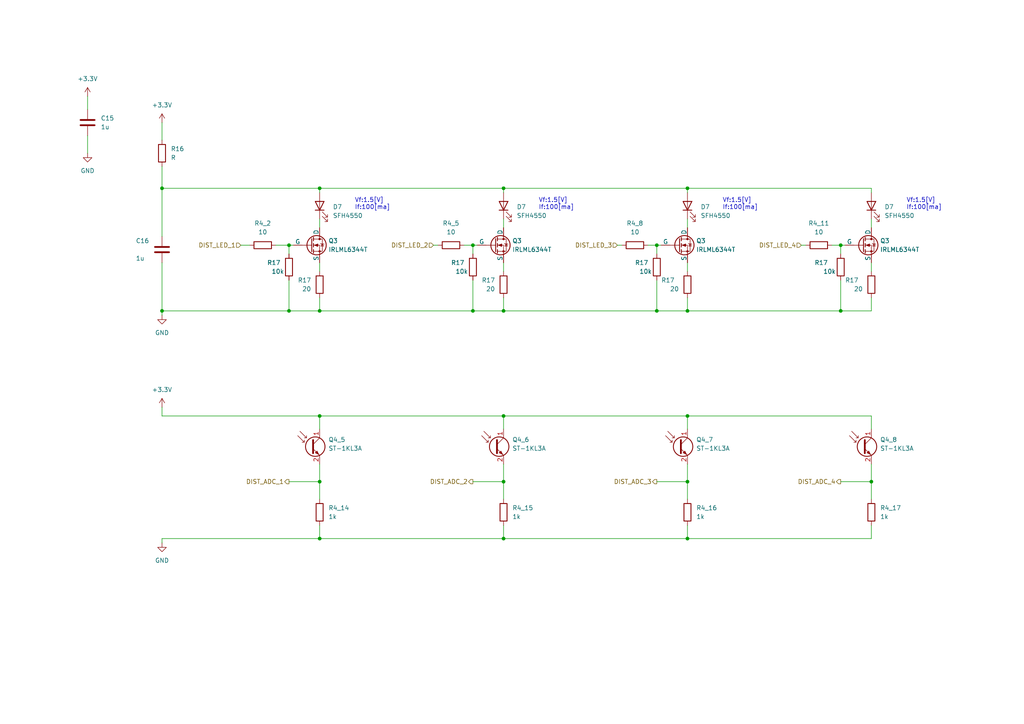
<source format=kicad_sch>
(kicad_sch (version 20230121) (generator eeschema)
  (paper "A4")
  (lib_symbols
    (symbol "Device:C" (pin_numbers hide) (pin_names (offset 0.254))
      (property "Reference" "C" (at 0.635 2.54 0))
      (property "Value" "C" (at 0.635 -2.54 0))
      (symbol "C_0_1"
        (polyline (pts (xy -2.032 -0.762) (xy 2.032 -0.762)) (stroke (width 0.508)))
        (polyline (pts (xy -2.032 0.762) (xy 2.032 0.762)) (stroke (width 0.508)))
      )
      (symbol "C_1_1"
        (pin passive line (at 0 3.81 270) (length 2.794) (name "~") (number "1"))
        (pin passive line (at 0 -3.81 90) (length 2.794) (name "~") (number "2"))
      )
    )
    (symbol "Device:LED" (pin_numbers hide) (pin_names (offset 1.016) hide)
      (property "Reference" "D" (at 0 2.54 0))
      (property "Value" "LED" (at 0 -2.54 0))
      (symbol "LED_0_1"
        (polyline (pts (xy -1.27 -1.27) (xy -1.27 1.27)) (stroke (width 0.254)))
        (polyline (pts (xy -1.27 0) (xy 1.27 0)))
        (polyline (pts (xy 1.27 -1.27) (xy 1.27 1.27) (xy -1.27 0) (xy 1.27 -1.27)) (stroke (width 0.254)))
        (polyline (pts (xy -3.048 -0.762) (xy -4.572 -2.286) (xy -3.81 -2.286) (xy -4.572 -2.286) (xy -4.572 -1.524)))
        (polyline (pts (xy -1.778 -0.762) (xy -3.302 -2.286) (xy -2.54 -2.286) (xy -3.302 -2.286) (xy -3.302 -1.524)))
      )
      (symbol "LED_1_1"
        (pin passive line (at -3.81 0 0) (length 2.54) (name "K") (number "1"))
        (pin passive line (at 3.81 0 180) (length 2.54) (name "A") (number "2"))
      )
    )
    (symbol "Device:Q_Photo_NPN" (pin_names (offset 0) hide)
      (property "Reference" "Q" (at 5.08 1.27 0))
      (property "Value" "Q_Photo_NPN" (at 5.08 -1.27 0))
      (symbol "Q_Photo_NPN_0_1"
        (polyline (pts (xy -1.905 1.27) (xy -2.54 1.27)))
        (polyline (pts (xy -1.27 2.54) (xy -1.905 2.54)))
        (polyline (pts (xy 0.635 0.635) (xy 2.54 2.54)))
        (polyline (pts (xy -3.81 3.175) (xy -1.905 1.27) (xy -1.905 1.905)))
        (polyline (pts (xy -3.175 4.445) (xy -1.27 2.54) (xy -1.27 3.175)))
        (polyline (pts (xy 0.635 -0.635) (xy 2.54 -2.54) (xy 2.54 -2.54)))
        (polyline (pts (xy 0.635 1.905) (xy 0.635 -1.905) (xy 0.635 -1.905)) (stroke (width 0.508)))
        (polyline (pts (xy 1.27 -1.778) (xy 1.778 -1.27) (xy 2.286 -2.286) (xy 1.27 -1.778) (xy 1.27 -1.778)) (fill (type outline)))
        (circle (center 1.27 0) (radius 2.8194) (stroke (width 0.254)))
      )
      (symbol "Q_Photo_NPN_1_1"
        (pin passive line (at 2.54 5.08 270) (length 2.54) (name "C") (number "1"))
        (pin passive line (at 2.54 -5.08 90) (length 2.54) (name "E") (number "2"))
      )
    )
    (symbol "Device:R" (pin_numbers hide) (pin_names (offset 0))
      (property "Reference" "R" (at 2.032 0 90))
      (property "Value" "R" (at 0 0 90))
      (symbol "R_0_1"
        (rectangle (start -1.016 -2.54) (end 1.016 2.54) (stroke (width 0.254)))
      )
      (symbol "R_1_1"
        (pin passive line (at 0 3.81 270) (length 1.27) (name "~") (number "1"))
        (pin passive line (at 0 -3.81 90) (length 1.27) (name "~") (number "2"))
      )
    )
    (symbol "Simulation_SPICE:NMOS" (pin_numbers hide) (pin_names (offset 0))
      (property "Reference" "Q" (at 5.08 1.27 0))
      (property "Value" "NMOS" (at 5.08 -1.27 0))
      (symbol "NMOS_0_1"
        (polyline (pts (xy 0.254 0) (xy -2.54 0)))
        (polyline (pts (xy 0.254 1.905) (xy 0.254 -1.905)) (stroke (width 0.254)))
        (polyline (pts (xy 0.762 -1.27) (xy 0.762 -2.286)) (stroke (width 0.254)))
        (polyline (pts (xy 0.762 0.508) (xy 0.762 -0.508)) (stroke (width 0.254)))
        (polyline (pts (xy 0.762 2.286) (xy 0.762 1.27)) (stroke (width 0.254)))
        (polyline (pts (xy 2.54 2.54) (xy 2.54 1.778)))
        (polyline (pts (xy 2.54 -2.54) (xy 2.54 0) (xy 0.762 0)))
        (polyline (pts (xy 0.762 -1.778) (xy 3.302 -1.778) (xy 3.302 1.778) (xy 0.762 1.778)))
        (polyline (pts (xy 1.016 0) (xy 2.032 0.381) (xy 2.032 -0.381) (xy 1.016 0)) (fill (type outline)))
        (polyline (pts (xy 2.794 0.508) (xy 2.921 0.381) (xy 3.683 0.381) (xy 3.81 0.254)))
        (polyline (pts (xy 3.302 0.381) (xy 2.921 -0.254) (xy 3.683 -0.254) (xy 3.302 0.381)))
        (circle (center 1.651 0) (radius 2.794) (stroke (width 0.254)))
        (circle (center 2.54 -1.778) (radius 0.254) (fill (type outline)))
        (circle (center 2.54 1.778) (radius 0.254) (fill (type outline)))
      )
      (symbol "NMOS_1_1"
        (pin passive line (at 2.54 5.08 270) (length 2.54) (name "D") (number "1"))
        (pin input line (at -5.08 0 0) (length 2.54) (name "G") (number "2"))
        (pin passive line (at 2.54 -5.08 90) (length 2.54) (name "S") (number "3"))
      )
    )
    (symbol "power:+3.3V" (power) (pin_names (offset 0))
      (property "Value" "+3.3V" (at 0 3.556 0))
      (symbol "+3.3V_0_1"
        (polyline (pts (xy -0.762 1.27) (xy 0 2.54)))
        (polyline (pts (xy 0 0) (xy 0 2.54)))
        (polyline (pts (xy 0 2.54) (xy 0.762 1.27)))
      )
      (symbol "+3.3V_1_1"
        (pin power_in line (at 0 0 90) (length 0) hide (name "+3.3V") (number "1"))
      )
    )
    (symbol "power:GND" (power) (pin_names (offset 0))
      (property "Value" "GND" (at 0 -3.81 0))
      (symbol "GND_0_1"
        (polyline (pts (xy 0 0) (xy 0 -1.27) (xy 1.27 -1.27) (xy 0 -2.54) (xy -1.27 -1.27) (xy 0 -1.27)))
      )
      (symbol "GND_1_1"
        (pin power_in line (at 0 0 270) (length 0) hide (name "GND") (number "1"))
      )
    )
  )
  (junction (at 199.39 139.7))
  (junction (at 146.05 139.7))
  (junction (at 199.39 156.21))
  (junction (at 190.5 71.12))
  (junction (at 243.84 90.17))
  (junction (at 199.39 54.61))
  (junction (at 146.05 54.61))
  (junction (at 146.05 90.17))
  (junction (at 146.05 156.21))
  (junction (at 46.99 54.61))
  (junction (at 92.71 54.61))
  (junction (at 137.16 90.17))
  (junction (at 83.82 90.17))
  (junction (at 190.5 90.17))
  (junction (at 252.73 139.7))
  (junction (at 146.05 120.65))
  (junction (at 83.82 71.12))
  (junction (at 92.71 139.7))
  (junction (at 92.71 90.17))
  (junction (at 46.99 90.17))
  (junction (at 199.39 120.65))
  (junction (at 243.84 71.12))
  (junction (at 137.16 71.12))
  (junction (at 92.71 120.65))
  (junction (at 92.71 156.21))
  (junction (at 199.39 90.17))
  (wire (pts (xy 199.39 55.88) (xy 199.39 54.61)))
  (wire (pts (xy 190.5 139.7) (xy 199.39 139.7)))
  (wire (pts (xy 134.62 71.12) (xy 137.16 71.12)))
  (wire (pts (xy 137.16 71.12) (xy 137.16 73.66)))
  (wire (pts (xy 92.71 156.21) (xy 46.99 156.21)))
  (wire (pts (xy 137.16 81.28) (xy 137.16 90.17)))
  (wire (pts (xy 199.39 86.36) (xy 199.39 90.17)))
  (wire (pts (xy 25.4 39.37) (xy 25.4 44.45)))
  (wire (pts (xy 252.73 156.21) (xy 199.39 156.21)))
  (wire (pts (xy 199.39 63.5) (xy 199.39 66.04)))
  (wire (pts (xy 243.84 81.28) (xy 243.84 90.17)))
  (wire (pts (xy 125.73 71.12) (xy 127 71.12)))
  (wire (pts (xy 146.05 54.61) (xy 199.39 54.61)))
  (wire (pts (xy 199.39 90.17) (xy 243.84 90.17)))
  (wire (pts (xy 137.16 90.17) (xy 146.05 90.17)))
  (wire (pts (xy 83.82 71.12) (xy 85.09 71.12)))
  (wire (pts (xy 83.82 90.17) (xy 92.71 90.17)))
  (wire (pts (xy 252.73 134.62) (xy 252.73 139.7)))
  (wire (pts (xy 243.84 71.12) (xy 243.84 73.66)))
  (wire (pts (xy 146.05 78.74) (xy 146.05 76.2)))
  (wire (pts (xy 69.85 71.12) (xy 72.39 71.12)))
  (wire (pts (xy 199.39 78.74) (xy 199.39 76.2)))
  (wire (pts (xy 92.71 63.5) (xy 92.71 66.04)))
  (wire (pts (xy 190.5 71.12) (xy 190.5 73.66)))
  (wire (pts (xy 199.39 152.4) (xy 199.39 156.21)))
  (wire (pts (xy 92.71 152.4) (xy 92.71 156.21)))
  (wire (pts (xy 146.05 139.7) (xy 146.05 144.78)))
  (wire (pts (xy 252.73 86.36) (xy 252.73 90.17)))
  (wire (pts (xy 187.96 71.12) (xy 190.5 71.12)))
  (wire (pts (xy 46.99 48.26) (xy 46.99 54.61)))
  (wire (pts (xy 252.73 139.7) (xy 252.73 144.78)))
  (wire (pts (xy 92.71 139.7) (xy 92.71 144.78)))
  (wire (pts (xy 146.05 120.65) (xy 92.71 120.65)))
  (wire (pts (xy 146.05 90.17) (xy 190.5 90.17)))
  (wire (pts (xy 80.01 71.12) (xy 83.82 71.12)))
  (wire (pts (xy 46.99 91.44) (xy 46.99 90.17)))
  (wire (pts (xy 92.71 55.88) (xy 92.71 54.61)))
  (wire (pts (xy 146.05 55.88) (xy 146.05 54.61)))
  (wire (pts (xy 137.16 139.7) (xy 146.05 139.7)))
  (wire (pts (xy 46.99 156.21) (xy 46.99 157.48)))
  (wire (pts (xy 83.82 71.12) (xy 83.82 73.66)))
  (wire (pts (xy 243.84 71.12) (xy 245.11 71.12)))
  (wire (pts (xy 241.3 71.12) (xy 243.84 71.12)))
  (wire (pts (xy 46.99 35.56) (xy 46.99 40.64)))
  (wire (pts (xy 83.82 81.28) (xy 83.82 90.17)))
  (wire (pts (xy 252.73 124.46) (xy 252.73 120.65)))
  (wire (pts (xy 92.71 90.17) (xy 137.16 90.17)))
  (wire (pts (xy 92.71 86.36) (xy 92.71 90.17)))
  (wire (pts (xy 83.82 139.7) (xy 92.71 139.7)))
  (wire (pts (xy 199.39 120.65) (xy 199.39 124.46)))
  (wire (pts (xy 199.39 134.62) (xy 199.39 139.7)))
  (wire (pts (xy 146.05 63.5) (xy 146.05 66.04)))
  (wire (pts (xy 146.05 156.21) (xy 92.71 156.21)))
  (wire (pts (xy 92.71 54.61) (xy 146.05 54.61)))
  (wire (pts (xy 92.71 134.62) (xy 92.71 139.7)))
  (wire (pts (xy 243.84 139.7) (xy 252.73 139.7)))
  (wire (pts (xy 199.39 54.61) (xy 252.73 54.61)))
  (wire (pts (xy 199.39 120.65) (xy 146.05 120.65)))
  (wire (pts (xy 252.73 90.17) (xy 243.84 90.17)))
  (wire (pts (xy 199.39 156.21) (xy 146.05 156.21)))
  (wire (pts (xy 92.71 120.65) (xy 92.71 124.46)))
  (wire (pts (xy 146.05 86.36) (xy 146.05 90.17)))
  (wire (pts (xy 92.71 78.74) (xy 92.71 76.2)))
  (wire (pts (xy 190.5 81.28) (xy 190.5 90.17)))
  (wire (pts (xy 137.16 71.12) (xy 138.43 71.12)))
  (wire (pts (xy 46.99 90.17) (xy 83.82 90.17)))
  (wire (pts (xy 179.07 71.12) (xy 180.34 71.12)))
  (wire (pts (xy 232.41 71.12) (xy 233.68 71.12)))
  (wire (pts (xy 190.5 71.12) (xy 191.77 71.12)))
  (wire (pts (xy 252.73 63.5) (xy 252.73 66.04)))
  (wire (pts (xy 146.05 152.4) (xy 146.05 156.21)))
  (wire (pts (xy 252.73 152.4) (xy 252.73 156.21)))
  (wire (pts (xy 92.71 120.65) (xy 46.99 120.65)))
  (wire (pts (xy 146.05 120.65) (xy 146.05 124.46)))
  (wire (pts (xy 252.73 78.74) (xy 252.73 76.2)))
  (wire (pts (xy 25.4 27.94) (xy 25.4 31.75)))
  (wire (pts (xy 146.05 134.62) (xy 146.05 139.7)))
  (wire (pts (xy 46.99 118.11) (xy 46.99 120.65)))
  (wire (pts (xy 190.5 90.17) (xy 199.39 90.17)))
  (wire (pts (xy 46.99 76.2) (xy 46.99 90.17)))
  (wire (pts (xy 252.73 54.61) (xy 252.73 55.88)))
  (wire (pts (xy 46.99 54.61) (xy 92.71 54.61)))
  (wire (pts (xy 46.99 54.61) (xy 46.99 68.58)))
  (wire (pts (xy 199.39 139.7) (xy 199.39 144.78)))
  (wire (pts (xy 252.73 120.65) (xy 199.39 120.65)))
  (text "Vf:1.5[V]\nIf:100[ma]" (at 156.21 60.96 0) (effects (font (size 1.27 1.27)) (justify left bottom)))
  (text "Vf:1.5[V]\nIf:100[ma]" (at 102.87 60.96 0) (effects (font (size 1.27 1.27)) (justify left bottom)))
  (text "Vf:1.5[V]\nIf:100[ma]" (at 262.89 60.96 0) (effects (font (size 1.27 1.27)) (justify left bottom)))
  (text "Vf:1.5[V]\nIf:100[ma]" (at 209.55 60.96 0) (effects (font (size 1.27 1.27)) (justify left bottom)))
  (hierarchical_label "DIST_LED_1" (shape input) (at 69.85 71.12 180))
  (hierarchical_label "DIST_ADC_3" (shape output) (at 190.5 139.7 180))
  (hierarchical_label "DIST_LED_4" (shape input) (at 232.41 71.12 180))
  (hierarchical_label "DIST_ADC_4" (shape output) (at 243.84 139.7 180))
  (hierarchical_label "DIST_LED_3" (shape input) (at 179.07 71.12 180))
  (hierarchical_label "DIST_ADC_2" (shape output) (at 137.16 139.7 180))
  (hierarchical_label "DIST_ADC_1" (shape output) (at 83.82 139.7 180))
  (hierarchical_label "DIST_LED_2" (shape input) (at 125.73 71.12 180))
  (symbol (lib_id "Device:R") (at 190.5 77.47 0) (unit 1)
    (property "Reference" "R17" (at 184.15 76.2 0) (effects (justify left)))
    (property "Value" "10k" (at 185.42 78.74 0) (effects (justify left)))
    (instances (project "fast_respect" (path "" (reference "R17") (unit 1)) (path "" (reference "R4_9") (unit 1))))
  )
  (symbol (lib_id "Device:R") (at 146.05 148.59 0) (unit 1)
    (property "Reference" "R4_15" (at 148.59 147.32 0) (effects (justify left)))
    (property "Value" "1k" (at 148.59 149.86 0) (effects (justify left)))
  )
  (symbol (lib_id "Device:LED") (at 92.71 59.69 90) (unit 1)
    (property "Reference" "D7" (at 96.52 60.0075 90) (effects (justify right)))
    (property "Value" "SFH4550" (at 96.52 62.5475 90) (effects (justify right)))
    (instances (project "fast_respect" (path "" (reference "D7") (unit 1)) (path "" (reference "D4_1") (unit 1))))
  )
  (symbol (lib_id "Device:R") (at 92.71 148.59 0) (unit 1)
    (property "Reference" "R4_14" (at 95.25 147.32 0) (effects (justify left)))
    (property "Value" "1k" (at 95.25 149.86 0) (effects (justify left)))
  )
  (symbol (lib_id "Device:Q_Photo_NPN") (at 143.51 129.54 0) (unit 1)
    (property "Reference" "Q4_6" (at 148.59 127.5207 0) (effects (justify left)))
    (property "Value" "ST-1KL3A" (at 148.59 130.0607 0) (effects (justify left)))
  )
  (symbol (lib_id "Device:R") (at 237.49 71.12 90) (unit 1)
    (property "Reference" "R4_11" (at 237.49 64.77 90))
    (property "Value" "10" (at 237.49 67.31 90))
  )
  (symbol (lib_id "power:GND") (at 25.4 44.45 0) (unit 1)
    (property "Reference" "#PWR030" (effects hide))
    (property "Value" "GND" (at 25.4 49.53 0))
  )
  (symbol (lib_id "Simulation_SPICE:NMOS") (at 143.51 71.12 0) (unit 1)
    (property "Reference" "Q3" (at 148.59 69.85 0) (effects (justify left)))
    (property "Value" "IRLML6344T" (at 148.59 72.39 0) (effects (justify left)))
    (property "Datasheet" "https://ngspice.sourceforge.io/docs/ngspice-manual.pdf" (effects hide))
    (property "Sim.Device" "NMOS" (effects hide))
    (property "Sim.Type" "VDMOS" (effects hide))
    (property "Sim.Pins" "1=D 2=G 3=S" (effects hide))
  )
  (symbol (lib_id "Device:Q_Photo_NPN") (at 90.17 129.54 0) (unit 1)
    (property "Reference" "Q4_5" (at 95.25 127.5207 0) (effects (justify left)))
    (property "Value" "ST-1KL3A" (at 95.25 130.0607 0) (effects (justify left)))
  )
  (symbol (lib_id "Device:R") (at 130.81 71.12 90) (unit 1)
    (property "Reference" "R4_5" (at 130.81 64.77 90))
    (property "Value" "10" (at 130.81 67.31 90))
  )
  (symbol (lib_id "Device:R") (at 243.84 77.47 0) (unit 1)
    (property "Reference" "R17" (at 236.22 76.2 0) (effects (justify left)))
    (property "Value" "10k" (at 238.76 78.74 0) (effects (justify left)))
    (instances (project "fast_respect" (path "" (reference "R17") (unit 1)) (path "" (reference "R4_12") (unit 1))))
  )
  (symbol (lib_id "Device:LED") (at 199.39 59.69 90) (unit 1)
    (property "Reference" "D7" (at 203.2 60.0075 90) (effects (justify right)))
    (property "Value" "SFH4550" (at 203.2 62.5475 90) (effects (justify right)))
    (instances (project "fast_respect" (path "" (reference "D7") (unit 1)) (path "" (reference "D4_3") (unit 1))))
  )
  (symbol (lib_id "Device:C") (at 46.99 72.39 0) (unit 1)
    (property "Reference" "C16" (at 39.37 69.85 0) (effects (justify left)))
    (property "Value" "1u" (at 39.37 74.93 0) (effects (justify left)))
    (instances (project "fast_respect" (path "" (reference "C16") (unit 1)) (path "" (reference "C4_2") (unit 1))))
  )
  (symbol (lib_id "Device:R") (at 46.99 44.45 180) (unit 1)
    (property "Reference" "R16" (at 49.53 43.18 0) (effects (justify right)))
    (property "Value" "R" (at 49.53 45.72 0) (effects (justify right)))
    (instances (project "fast_respect" (path "" (reference "R16") (unit 1)) (path "" (reference "R4_1") (unit 1))))
  )
  (symbol (lib_id "power:+3.3V") (at 25.4 27.94 0) (unit 1)
    (property "Reference" "#PWR039" (effects hide))
    (property "Value" "+3.3V" (at 25.4 22.86 0))
    (instances (project "fast_respect" (path "" (reference "#PWR039") (unit 1)) (path "" (reference "#PWR027") (unit 1))))
  )
  (symbol (lib_id "Device:R") (at 252.73 148.59 0) (unit 1)
    (property "Reference" "R4_17" (at 255.27 147.32 0) (effects (justify left)))
    (property "Value" "1k" (at 255.27 149.86 0) (effects (justify left)))
  )
  (symbol (lib_id "Device:R") (at 137.16 77.47 0) (unit 1)
    (property "Reference" "R17" (at 130.81 76.2 0) (effects (justify left)))
    (property "Value" "10k" (at 132.08 78.74 0) (effects (justify left)))
    (instances (project "fast_respect" (path "" (reference "R17") (unit 1)) (path "" (reference "R4_6") (unit 1))))
  )
  (symbol (lib_id "Device:LED") (at 252.73 59.69 90) (unit 1)
    (property "Reference" "D7" (at 256.54 60.0075 90) (effects (justify right)))
    (property "Value" "SFH4550" (at 256.54 62.5475 90) (effects (justify right)))
    (instances (project "fast_respect" (path "" (reference "D7") (unit 1)) (path "" (reference "D4_4") (unit 1))))
  )
  (symbol (lib_id "power:GND") (at 46.99 91.44 0) (unit 1)
    (property "Reference" "#PWR029" (effects hide))
    (property "Value" "GND" (at 46.99 96.52 0))
  )
  (symbol (lib_id "power:+3.3V") (at 46.99 118.11 0) (unit 1)
    (property "Reference" "#PWR031" (effects hide))
    (property "Value" "+3.3V" (at 46.99 113.03 0))
  )
  (symbol (lib_id "Simulation_SPICE:NMOS") (at 250.19 71.12 0) (unit 1)
    (property "Reference" "Q3" (at 255.27 69.85 0) (effects (justify left)))
    (property "Value" "IRLML6344T" (at 255.27 72.39 0) (effects (justify left)))
    (property "Datasheet" "https://ngspice.sourceforge.io/docs/ngspice-manual.pdf" (effects hide))
    (property "Sim.Device" "NMOS" (effects hide))
    (property "Sim.Type" "VDMOS" (effects hide))
    (property "Sim.Pins" "1=D 2=G 3=S" (effects hide))
    (instances (project "fast_respect" (path "" (reference "Q3") (unit 1)) (path "" (reference "Q5") (unit 1))))
  )
  (symbol (lib_id "power:GND") (at 46.99 157.48 0) (unit 1)
    (property "Reference" "#PWR032" (effects hide))
    (property "Value" "GND" (at 46.99 162.56 0))
  )
  (symbol (lib_id "Device:Q_Photo_NPN") (at 196.85 129.54 0) (unit 1)
    (property "Reference" "Q4_7" (at 201.93 127.5207 0) (effects (justify left)))
    (property "Value" "ST-1KL3A" (at 201.93 130.0607 0) (effects (justify left)))
  )
  (symbol (lib_id "Device:R") (at 83.82 77.47 0) (unit 1)
    (property "Reference" "R17" (at 77.47 76.2 0) (effects (justify left)))
    (property "Value" "10k" (at 78.74 78.74 0) (effects (justify left)))
    (instances (project "fast_respect" (path "" (reference "R17") (unit 1)) (path "" (reference "R4_3") (unit 1))))
  )
  (symbol (lib_id "Simulation_SPICE:NMOS") (at 196.85 71.12 0) (unit 1)
    (property "Reference" "Q3" (at 201.93 69.85 0) (effects (justify left)))
    (property "Value" "IRLML6344T" (at 201.93 72.39 0) (effects (justify left)))
    (property "Datasheet" "https://ngspice.sourceforge.io/docs/ngspice-manual.pdf" (effects hide))
    (property "Sim.Device" "NMOS" (effects hide))
    (property "Sim.Type" "VDMOS" (effects hide))
    (property "Sim.Pins" "1=D 2=G 3=S" (effects hide))
    (instances (project "fast_respect" (path "" (reference "Q3") (unit 1)) (path "" (reference "Q4") (unit 1))))
  )
  (symbol (lib_id "Device:R") (at 146.05 82.55 0) (unit 1)
    (property "Reference" "R17" (at 139.7 81.28 0) (effects (justify left)))
    (property "Value" "20" (at 140.97 83.82 0) (effects (justify left)))
    (instances (project "fast_respect" (path "" (reference "R17") (unit 1)) (path "" (reference "R4_7") (unit 1))))
  )
  (symbol (lib_id "Device:R") (at 199.39 82.55 0) (unit 1)
    (property "Reference" "R17" (at 191.77 81.28 0) (effects (justify left)))
    (property "Value" "20" (at 194.31 83.82 0) (effects (justify left)))
    (instances (project "fast_respect" (path "" (reference "R17") (unit 1)) (path "" (reference "R4_10") (unit 1))))
  )
  (symbol (lib_id "Device:R") (at 199.39 148.59 0) (unit 1)
    (property "Reference" "R4_16" (at 201.93 147.32 0) (effects (justify left)))
    (property "Value" "1k" (at 201.93 149.86 0) (effects (justify left)))
  )
  (symbol (lib_id "Device:Q_Photo_NPN") (at 250.19 129.54 0) (unit 1)
    (property "Reference" "Q4_8" (at 255.27 127.5207 0) (effects (justify left)))
    (property "Value" "ST-1KL3A" (at 255.27 130.0607 0) (effects (justify left)))
  )
  (symbol (lib_id "Device:C") (at 25.4 35.56 0) (unit 1)
    (property "Reference" "C15" (at 29.21 34.29 0) (effects (justify left)))
    (property "Value" "1u" (at 29.21 36.83 0) (effects (justify left)))
    (instances (project "fast_respect" (path "" (reference "C15") (unit 1)) (path "" (reference "CR4_1") (unit 1))))
  )
  (symbol (lib_id "power:+3.3V") (at 46.99 35.56 0) (unit 1)
    (property "Reference" "#PWR028" (effects hide))
    (property "Value" "+3.3V" (at 46.99 30.48 0))
  )
  (symbol (lib_id "Device:R") (at 92.71 82.55 0) (unit 1)
    (property "Reference" "R17" (at 86.36 81.28 0) (effects (justify left)))
    (property "Value" "20" (at 87.63 83.82 0) (effects (justify left)))
    (instances (project "fast_respect" (path "" (reference "R17") (unit 1)) (path "" (reference "R4_4") (unit 1))))
  )
  (symbol (lib_id "Device:R") (at 184.15 71.12 90) (unit 1)
    (property "Reference" "R4_8" (at 184.15 64.77 90))
    (property "Value" "10" (at 184.15 67.31 90))
  )
  (symbol (lib_id "Device:LED") (at 146.05 59.69 90) (unit 1)
    (property "Reference" "D7" (at 149.86 60.0075 90) (effects (justify right)))
    (property "Value" "SFH4550" (at 149.86 62.5475 90) (effects (justify right)))
    (instances (project "fast_respect" (path "" (reference "D7") (unit 1)) (path "" (reference "D4_2") (unit 1))))
  )
  (symbol (lib_id "Device:R") (at 76.2 71.12 90) (unit 1)
    (property "Reference" "R4_2" (at 76.2 64.77 90))
    (property "Value" "10" (at 76.2 67.31 90))
  )
  (symbol (lib_id "Simulation_SPICE:NMOS") (at 90.17 71.12 0) (unit 1)
    (property "Reference" "Q3" (at 95.25 69.85 0) (effects (justify left)))
    (property "Value" "IRLML6344T" (at 95.25 72.39 0) (effects (justify left)))
    (property "Datasheet" "https://ngspice.sourceforge.io/docs/ngspice-manual.pdf" (effects hide))
    (property "Sim.Device" "NMOS" (effects hide))
    (property "Sim.Type" "VDMOS" (effects hide))
    (property "Sim.Pins" "1=D 2=G 3=S" (effects hide))
    (instances (project "fast_respect" (path "" (reference "Q3") (unit 1)) (path "" (reference "Q2") (unit 1))))
  )
  (symbol (lib_id "Device:R") (at 252.73 82.55 0) (unit 1)
    (property "Reference" "R17" (at 245.11 81.28 0) (effects (justify left)))
    (property "Value" "20" (at 247.65 83.82 0) (effects (justify left)))
    (instances (project "fast_respect" (path "" (reference "R17") (unit 1)) (path "" (reference "R4_13") (unit 1))))
  )
)
</source>
